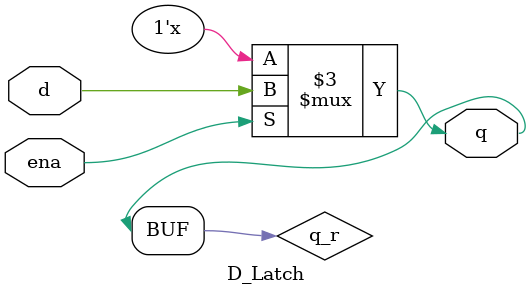
<source format=v>
module D_Latch (
    input d,
    input ena,
    output q
);
    reg q_r;
    assign q = q_r;
    
    // latch is created with comb
    always @(*) begin
        if (ena)
            q_r = d;
    end
endmodule
</source>
